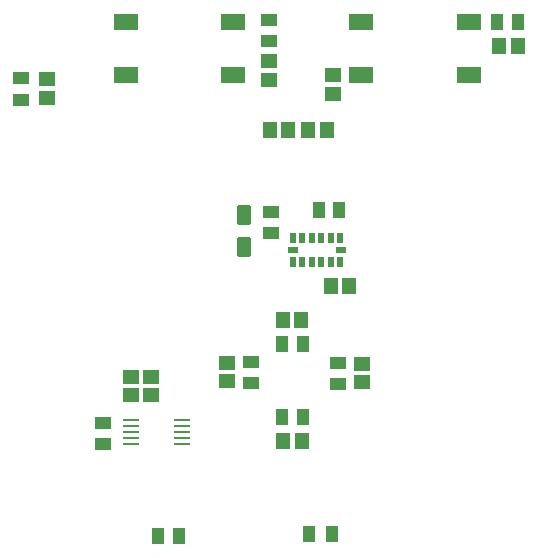
<source format=gtp>
G04*
G04 #@! TF.GenerationSoftware,Altium Limited,Altium Designer,19.0.15 (446)*
G04*
G04 Layer_Color=8421504*
%FSLAX23Y23*%
%MOIN*%
G70*
G01*
G75*
%ADD15R,0.083X0.055*%
%ADD16R,0.053X0.049*%
%ADD17R,0.055X0.043*%
%ADD18R,0.049X0.053*%
%ADD19R,0.043X0.055*%
G04:AMPARAMS|DCode=20|XSize=67mil|YSize=48mil|CornerRadius=6mil|HoleSize=0mil|Usage=FLASHONLY|Rotation=90.000|XOffset=0mil|YOffset=0mil|HoleType=Round|Shape=RoundedRectangle|*
%AMROUNDEDRECTD20*
21,1,0.067,0.036,0,0,90.0*
21,1,0.055,0.048,0,0,90.0*
1,1,0.012,0.018,0.028*
1,1,0.012,0.018,-0.028*
1,1,0.012,-0.018,-0.028*
1,1,0.012,-0.018,0.028*
%
%ADD20ROUNDEDRECTD20*%
%ADD21R,0.036X0.024*%
%ADD22R,0.024X0.036*%
%ADD23R,0.057X0.043*%
%ADD24R,0.055X0.008*%
%ADD25R,0.043X0.058*%
%ADD26R,0.043X0.057*%
D15*
X-1303Y169D02*
D03*
Y-8D02*
D03*
X-1661D02*
D03*
Y169D02*
D03*
X-876Y-8D02*
D03*
Y169D02*
D03*
X-518D02*
D03*
Y-8D02*
D03*
D16*
X-969Y-8D02*
D03*
Y-69D02*
D03*
X-1184Y39D02*
D03*
Y-22D02*
D03*
X-1925Y-21D02*
D03*
Y-82D02*
D03*
X-1324Y-966D02*
D03*
Y-1027D02*
D03*
X-872Y-969D02*
D03*
Y-1031D02*
D03*
X-1644Y-1075D02*
D03*
Y-1014D02*
D03*
X-1576Y-1075D02*
D03*
Y-1014D02*
D03*
D17*
X-1184Y175D02*
D03*
Y106D02*
D03*
X-1177Y-533D02*
D03*
Y-464D02*
D03*
X-1736Y-1236D02*
D03*
Y-1167D02*
D03*
D18*
X-416Y91D02*
D03*
X-355D02*
D03*
X-1119Y-190D02*
D03*
X-1180D02*
D03*
X-991D02*
D03*
X-1052D02*
D03*
X-916Y-709D02*
D03*
X-977D02*
D03*
X-1137Y-824D02*
D03*
X-1076D02*
D03*
X-1136Y-1226D02*
D03*
X-1075D02*
D03*
D19*
X-353Y171D02*
D03*
X-422D02*
D03*
X-949Y-457D02*
D03*
X-1018D02*
D03*
X-1554Y-1545D02*
D03*
X-1485D02*
D03*
D20*
X-1268Y-581D02*
D03*
Y-475D02*
D03*
D21*
X-1104Y-589D02*
D03*
X-945D02*
D03*
D22*
X-1103Y-629D02*
D03*
X-1072D02*
D03*
X-1040D02*
D03*
X-1009D02*
D03*
X-977D02*
D03*
X-946D02*
D03*
X-1103Y-549D02*
D03*
X-1072D02*
D03*
X-1040D02*
D03*
X-1009D02*
D03*
X-977D02*
D03*
X-946D02*
D03*
D23*
X-952Y-966D02*
D03*
Y-1037D02*
D03*
X-2009Y-89D02*
D03*
Y-18D02*
D03*
X-1244Y-1033D02*
D03*
Y-963D02*
D03*
D24*
X-1644Y-1236D02*
D03*
Y-1217D02*
D03*
Y-1197D02*
D03*
Y-1177D02*
D03*
Y-1157D02*
D03*
X-1472D02*
D03*
Y-1177D02*
D03*
Y-1197D02*
D03*
Y-1217D02*
D03*
Y-1236D02*
D03*
D25*
X-1051Y-1536D02*
D03*
X-975D02*
D03*
D26*
X-1069Y-1147D02*
D03*
X-1140D02*
D03*
X-1069Y-904D02*
D03*
X-1140D02*
D03*
M02*

</source>
